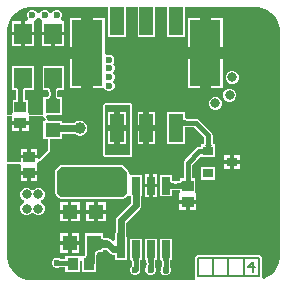
<source format=gbl>
G04*
G04 #@! TF.GenerationSoftware,Altium Limited,Altium Designer,25.8.1 (18)*
G04*
G04 Layer_Physical_Order=4*
G04 Layer_Color=65280*
%FSLAX44Y44*%
%MOMM*%
G71*
G04*
G04 #@! TF.SameCoordinates,A3A1C001-1370-45B5-99AB-5CE8E6626C48*
G04*
G04*
G04 #@! TF.FilePolarity,Positive*
G04*
G01*
G75*
%ADD19R,1.0000X0.9000*%
%ADD20R,0.9000X1.0000*%
%ADD21R,1.2000X1.3000*%
%ADD22C,0.4000*%
%ADD23C,0.1500*%
%ADD24C,0.6000*%
%ADD25C,0.8000*%
%ADD26C,1.0000*%
%ADD27R,0.6500X1.5000*%
%ADD28R,1.5000X1.7500*%
%ADD29R,0.9000X0.8000*%
%ADD30R,1.2000X2.4000*%
%ADD31R,2.6000X5.6000*%
%ADD32R,1.3000X1.2000*%
%ADD33C,0.6000*%
G36*
X220745Y234856D02*
X224578Y233268D01*
X228029Y230963D01*
X230963Y228029D01*
X233268Y224578D01*
X234856Y220745D01*
X235666Y216675D01*
Y214600D01*
Y25400D01*
Y23325D01*
X234856Y19255D01*
X233268Y15422D01*
X230963Y11971D01*
X228029Y9037D01*
X224578Y6732D01*
X221796Y5579D01*
X221185Y5959D01*
X220212Y7088D01*
X220294Y7500D01*
Y23500D01*
X220119Y24378D01*
X219622Y25122D01*
X218878Y25619D01*
X218000Y25794D01*
X166000D01*
X165122Y25619D01*
X164378Y25122D01*
X163881Y24378D01*
X163706Y23500D01*
Y7500D01*
X163881Y6622D01*
X164054Y6363D01*
X163448Y4714D01*
X163168Y4363D01*
X23264Y4442D01*
X21528Y4601D01*
X17770Y5668D01*
X14272Y7407D01*
X11154Y9759D01*
X8521Y12645D01*
X6464Y15965D01*
X5052Y19607D01*
X4334Y23447D01*
Y25400D01*
Y102376D01*
X14363D01*
X16000Y101500D01*
X16000Y100376D01*
Y96500D01*
X23000D01*
X30000D01*
Y101207D01*
X30000Y101500D01*
X29500Y103293D01*
X29500Y103898D01*
X31226Y105348D01*
X31549D01*
X31848Y105224D01*
X32146Y105348D01*
X32469D01*
X32697Y105576D01*
X32996Y105700D01*
X40148Y112852D01*
X40624Y114000D01*
Y124048D01*
X51365D01*
Y128412D01*
X61396D01*
X62009Y127799D01*
X63491Y126943D01*
X65144Y126500D01*
X66856D01*
X68509Y126943D01*
X69991Y127799D01*
X71201Y129009D01*
X72057Y130491D01*
X72500Y132144D01*
Y133856D01*
X72057Y135509D01*
X71201Y136991D01*
X69991Y138201D01*
X68509Y139057D01*
X66856Y139500D01*
X65144D01*
X63491Y139057D01*
X62009Y138201D01*
X61396Y137588D01*
X51365D01*
Y139048D01*
X39668D01*
X38728Y140896D01*
X38604Y141194D01*
Y141517D01*
X38376Y141746D01*
X38252Y142044D01*
X37748Y142548D01*
X38576Y144548D01*
X51365D01*
Y159548D01*
X47691D01*
X47536Y159632D01*
X47383Y159648D01*
X47319Y159753D01*
X47227Y159978D01*
X47134Y160323D01*
X47057Y160783D01*
X47007Y161350D01*
X46989Y162060D01*
X46934Y162183D01*
Y162664D01*
X46989Y162786D01*
X47007Y163496D01*
X47057Y164063D01*
X47134Y164523D01*
X47227Y164868D01*
X47319Y165093D01*
X47383Y165198D01*
X47536Y165214D01*
X47691Y165298D01*
X52615D01*
Y185798D01*
X34615D01*
Y165298D01*
X39041D01*
X39195Y165214D01*
X39348Y165198D01*
X39412Y165093D01*
X39504Y164868D01*
X39597Y164523D01*
X39674Y164063D01*
X39724Y163496D01*
X39743Y162786D01*
X39797Y162664D01*
Y162183D01*
X39743Y162060D01*
X39724Y161350D01*
X39674Y160783D01*
X39597Y160323D01*
X39504Y159978D01*
X39412Y159753D01*
X39348Y159648D01*
X39195Y159632D01*
X39041Y159548D01*
X35366D01*
Y146472D01*
X35000Y144624D01*
X33491Y144624D01*
X24087D01*
X22722Y145158D01*
X22366Y146471D01*
Y157297D01*
X20191D01*
X20036Y157381D01*
X19884Y157397D01*
X19820Y157502D01*
X19727Y157727D01*
X19635Y158072D01*
X19558Y158532D01*
X19508Y159099D01*
X19489Y159810D01*
X19435Y159932D01*
Y162664D01*
X19489Y162786D01*
X19508Y163496D01*
X19558Y164063D01*
X19635Y164523D01*
X19728Y164868D01*
X19820Y165093D01*
X19884Y165198D01*
X20036Y165214D01*
X20191Y165298D01*
X27115D01*
Y185798D01*
X9115D01*
Y165298D01*
X11541D01*
X11696Y165214D01*
X11849Y165198D01*
X11913Y165093D01*
X12005Y164868D01*
X12098Y164523D01*
X12175Y164063D01*
X12225Y163496D01*
X12243Y162786D01*
X12298Y162664D01*
Y159932D01*
X12243Y159809D01*
X12225Y159099D01*
X12175Y158532D01*
X12098Y158072D01*
X12005Y157727D01*
X11913Y157502D01*
X11849Y157397D01*
X11696Y157381D01*
X11541Y157297D01*
X9366D01*
Y146471D01*
X9011Y145158D01*
X7645Y144624D01*
X4334D01*
Y214600D01*
Y216675D01*
X5144Y220745D01*
X6732Y224578D01*
X9037Y228029D01*
X11971Y230963D01*
X15422Y233268D01*
X19255Y234856D01*
X23325Y235666D01*
X25403Y235666D01*
X90030D01*
Y209980D01*
X105030D01*
Y235666D01*
X115030D01*
Y209980D01*
X130030D01*
Y235666D01*
X140030D01*
Y209980D01*
X155030D01*
Y235666D01*
X214600D01*
X216675D01*
X220745Y234856D01*
D02*
G37*
G36*
X46986Y166789D02*
X46645Y166669D01*
X46346Y166469D01*
X46086Y166189D01*
X45866Y165829D01*
X45686Y165389D01*
X45546Y164869D01*
X45445Y164269D01*
X45385Y163589D01*
X45366Y162829D01*
X41365D01*
X41346Y163589D01*
X41286Y164269D01*
X41185Y164869D01*
X41045Y165389D01*
X40866Y165829D01*
X40645Y166189D01*
X40385Y166469D01*
X40086Y166669D01*
X39746Y166789D01*
X39365Y166829D01*
X47365D01*
X46986Y166789D01*
D02*
G37*
G36*
X19486D02*
X19146Y166669D01*
X18846Y166469D01*
X18586Y166189D01*
X18366Y165829D01*
X18186Y165389D01*
X18046Y164869D01*
X17946Y164269D01*
X17886Y163589D01*
X17866Y162829D01*
X13866D01*
X13846Y163589D01*
X13786Y164269D01*
X13686Y164869D01*
X13546Y165389D01*
X13366Y165829D01*
X13146Y166189D01*
X12886Y166469D01*
X12586Y166669D01*
X12246Y166789D01*
X11866Y166829D01*
X19866D01*
X19486Y166789D01*
D02*
G37*
G36*
X45385Y161258D02*
X45445Y160578D01*
X45546Y159978D01*
X45686Y159458D01*
X45866Y159018D01*
X46086Y158658D01*
X46346Y158378D01*
X46645Y158178D01*
X46986Y158058D01*
X47365Y158018D01*
X39365D01*
X39746Y158058D01*
X40086Y158178D01*
X40385Y158378D01*
X40645Y158658D01*
X40866Y159018D01*
X41045Y159458D01*
X41185Y159978D01*
X41286Y160578D01*
X41346Y161258D01*
X41365Y162018D01*
X45366D01*
X45385Y161258D01*
D02*
G37*
G36*
X17886Y159007D02*
X17946Y158327D01*
X18046Y157727D01*
X18186Y157207D01*
X18366Y156767D01*
X18586Y156407D01*
X18846Y156127D01*
X19146Y155927D01*
X19486Y155807D01*
X19866Y155767D01*
X11866D01*
X12246Y155807D01*
X12586Y155927D01*
X12886Y156127D01*
X13146Y156407D01*
X13366Y156767D01*
X13546Y157207D01*
X13686Y157727D01*
X13786Y158327D01*
X13846Y159007D01*
X13866Y159767D01*
X17866D01*
X17886Y159007D01*
D02*
G37*
G36*
X37104Y140896D02*
X36339Y139048D01*
X35366D01*
Y124048D01*
X39000D01*
Y114000D01*
X31848Y106848D01*
X30273Y107500D01*
X23000D01*
X16000D01*
Y104000D01*
X4334D01*
Y143000D01*
X8866D01*
Y138797D01*
X15866D01*
X22866D01*
Y143000D01*
X35000D01*
X37104Y140896D01*
D02*
G37*
%LPC*%
G36*
X47395Y233000D02*
X45605D01*
X43951Y232315D01*
X42685Y231049D01*
X42457Y230499D01*
X40293D01*
X40065Y231049D01*
X38799Y232315D01*
X37145Y233000D01*
X35355D01*
X33701Y232315D01*
X32435Y231049D01*
X32207Y230499D01*
X30043D01*
X29815Y231049D01*
X28549Y232315D01*
X26895Y233000D01*
X25105D01*
X23451Y232315D01*
X22185Y231049D01*
X21500Y229395D01*
Y227605D01*
X22185Y225951D01*
X22338Y225798D01*
X21509Y223798D01*
X19615D01*
Y214548D01*
X27615D01*
Y222152D01*
X27615Y223072D01*
X28549Y224685D01*
X29043Y225179D01*
X29815Y225951D01*
X30043Y226501D01*
X32207D01*
X32435Y225951D01*
X33035Y225351D01*
X33799Y224253D01*
X34116Y222857D01*
X34116Y214548D01*
X43615D01*
X53116D01*
Y223798D01*
X50990D01*
X50162Y225798D01*
X50315Y225951D01*
X51000Y227605D01*
Y229395D01*
X50315Y231049D01*
X49049Y232315D01*
X47395Y233000D01*
D02*
G37*
G36*
X16616Y223798D02*
X8615D01*
Y214548D01*
X16616D01*
Y223798D01*
D02*
G37*
G36*
X53116Y211548D02*
X45115D01*
Y202298D01*
X53116D01*
Y211548D01*
D02*
G37*
G36*
X42116D02*
X34116D01*
Y202298D01*
X42116D01*
Y211548D01*
D02*
G37*
G36*
X27615Y211548D02*
X19615D01*
Y202298D01*
X27615D01*
Y211548D01*
D02*
G37*
G36*
X16616D02*
X8615D01*
Y202298D01*
X16616D01*
Y211548D01*
D02*
G37*
G36*
X187030Y225980D02*
X177530D01*
Y201480D01*
X187030D01*
Y225980D01*
D02*
G37*
G36*
X167530D02*
X158030D01*
Y201480D01*
X167530D01*
Y225980D01*
D02*
G37*
G36*
X67530D02*
X58030D01*
Y201480D01*
X67530D01*
Y225980D01*
D02*
G37*
G36*
X196094Y181500D02*
X193906D01*
X191884Y180663D01*
X190337Y179116D01*
X189500Y177094D01*
Y174906D01*
X190337Y172885D01*
X191884Y171337D01*
X193906Y170500D01*
X196094D01*
X198116Y171337D01*
X199663Y172885D01*
X200500Y174906D01*
Y177094D01*
X199663Y179116D01*
X198116Y180663D01*
X196094Y181500D01*
D02*
G37*
G36*
X187030Y191480D02*
X177530D01*
Y166980D01*
X187030D01*
Y191480D01*
D02*
G37*
G36*
X167530D02*
X158030D01*
Y166980D01*
X167530D01*
Y191480D01*
D02*
G37*
G36*
X67530D02*
X58030D01*
Y166980D01*
X67530D01*
Y191480D01*
D02*
G37*
G36*
X87030Y225980D02*
X77530D01*
Y196480D01*
Y166980D01*
X86966D01*
X87185Y166451D01*
X88451Y165185D01*
X90105Y164500D01*
X91895D01*
X93549Y165185D01*
X94815Y166451D01*
X95500Y168105D01*
Y169895D01*
X94815Y171549D01*
X93864Y172500D01*
X94815Y173451D01*
X95500Y175105D01*
Y176895D01*
X94815Y178549D01*
X94670Y178693D01*
X93688Y180000D01*
X94670Y181306D01*
X94815Y181451D01*
X95500Y183104D01*
Y184895D01*
X94815Y186549D01*
X93904Y187460D01*
X94734Y188290D01*
X95420Y189944D01*
Y191734D01*
X94734Y193388D01*
X93469Y194654D01*
X91815Y195339D01*
X90024D01*
X89030Y194927D01*
X87328Y195778D01*
X87030Y196099D01*
Y225980D01*
D02*
G37*
G36*
X194094Y166500D02*
X191906D01*
X189884Y165663D01*
X188337Y164116D01*
X187500Y162094D01*
Y159906D01*
X188337Y157885D01*
X189884Y156337D01*
X191906Y155500D01*
X194094D01*
X196115Y156337D01*
X197663Y157885D01*
X198500Y159906D01*
Y162094D01*
X197663Y164116D01*
X196115Y165663D01*
X194094Y166500D01*
D02*
G37*
G36*
X182094Y159500D02*
X179906D01*
X177885Y158663D01*
X176337Y157115D01*
X175500Y155094D01*
Y152906D01*
X176337Y150885D01*
X177885Y149337D01*
X179906Y148500D01*
X182094D01*
X184116Y149337D01*
X185663Y150885D01*
X186500Y152906D01*
Y155094D01*
X185663Y157115D01*
X184116Y158663D01*
X182094Y159500D01*
D02*
G37*
G36*
X130030Y146980D02*
X125030D01*
Y135980D01*
X130030D01*
Y146980D01*
D02*
G37*
G36*
X120030D02*
X115030D01*
Y135980D01*
X120030D01*
Y146980D01*
D02*
G37*
G36*
X130030Y130980D02*
X125030D01*
Y119980D01*
X130030D01*
Y130980D01*
D02*
G37*
G36*
X120030D02*
X115030D01*
Y119980D01*
X120030D01*
Y130980D01*
D02*
G37*
G36*
X109000Y154124D02*
X87500D01*
X86352Y153648D01*
X85876Y152500D01*
Y110000D01*
X86352Y108852D01*
X87500Y108376D01*
X109000D01*
X110148Y108852D01*
X110624Y110000D01*
Y152500D01*
X110148Y153648D01*
X109000Y154124D01*
D02*
G37*
G36*
X201500Y110500D02*
X196500D01*
Y106000D01*
X201500D01*
Y110500D01*
D02*
G37*
G36*
X193500D02*
X188500D01*
Y106000D01*
X193500D01*
Y110500D01*
D02*
G37*
G36*
X201500Y103000D02*
X196500D01*
Y98500D01*
X201500D01*
Y103000D01*
D02*
G37*
G36*
X193500D02*
X188500D01*
Y98500D01*
X193500D01*
Y103000D01*
D02*
G37*
G36*
X181000Y100500D02*
X169000D01*
Y89500D01*
X181000D01*
Y100500D01*
D02*
G37*
G36*
X30000Y93500D02*
X24500D01*
Y88500D01*
X30000D01*
Y93500D01*
D02*
G37*
G36*
X21500D02*
X16000D01*
Y88500D01*
X21500D01*
Y93500D01*
D02*
G37*
G36*
X155030Y146980D02*
X140030D01*
Y119980D01*
X155030D01*
Y133155D01*
X155114Y133310D01*
X155130Y133463D01*
X155235Y133527D01*
X155460Y133619D01*
X155805Y133712D01*
X156265Y133788D01*
X156832Y133838D01*
X157542Y133857D01*
X157664Y133911D01*
X163042D01*
X171431Y125522D01*
Y122135D01*
X171377Y122012D01*
X171358Y121302D01*
X171308Y120735D01*
X171232Y120275D01*
X171139Y119930D01*
X171047Y119705D01*
X170983Y119600D01*
X170830Y119584D01*
X170675Y119500D01*
X169000D01*
Y117168D01*
X168777Y117125D01*
X167919Y117048D01*
X167384Y117038D01*
X167128Y116927D01*
X166049Y116712D01*
X164892Y115938D01*
X154977Y106023D01*
X154203Y104866D01*
X153931Y103500D01*
Y90500D01*
X151000D01*
Y88825D01*
X150916Y88670D01*
X150900Y88517D01*
X150795Y88453D01*
X150570Y88361D01*
X150225Y88268D01*
X149765Y88192D01*
X149198Y88142D01*
X148488Y88123D01*
X148365Y88069D01*
X146434D01*
X146312Y88123D01*
X145602Y88142D01*
X145035Y88192D01*
X144575Y88268D01*
X144230Y88361D01*
X144005Y88453D01*
X143900Y88517D01*
X143884Y88670D01*
X143800Y88825D01*
Y93500D01*
X134300D01*
Y75500D01*
X143800D01*
Y80175D01*
X143884Y80330D01*
X143900Y80483D01*
X144005Y80547D01*
X144230Y80639D01*
X144575Y80732D01*
X145035Y80808D01*
X145602Y80858D01*
X146312Y80877D01*
X146434Y80931D01*
X148365D01*
X148488Y80877D01*
X149198Y80858D01*
X149765Y80808D01*
X150225Y80732D01*
X150570Y80639D01*
X150795Y80547D01*
X150900Y80483D01*
X150916Y80330D01*
X151000Y80175D01*
X151000Y78793D01*
X150500Y77000D01*
X150500Y76707D01*
Y72000D01*
X157500D01*
X164500D01*
Y76707D01*
X164500Y77000D01*
X164000Y78793D01*
X164000Y79000D01*
Y90500D01*
X161069D01*
Y102022D01*
X167160Y108113D01*
X169000Y108500D01*
Y108500D01*
X181000D01*
Y119500D01*
X179325D01*
X179170Y119584D01*
X179017Y119600D01*
X178953Y119705D01*
X178861Y119930D01*
X178768Y120275D01*
X178692Y120735D01*
X178642Y121302D01*
X178623Y122012D01*
X178569Y122135D01*
Y127000D01*
X178297Y128366D01*
X177523Y129523D01*
X167043Y140003D01*
X165886Y140777D01*
X164520Y141049D01*
X157664D01*
X157542Y141103D01*
X156832Y141122D01*
X156265Y141172D01*
X155805Y141248D01*
X155460Y141341D01*
X155235Y141433D01*
X155130Y141497D01*
X155114Y141650D01*
X155030Y141805D01*
Y146980D01*
D02*
G37*
G36*
X131600Y94000D02*
X127850D01*
Y86000D01*
X131600D01*
Y94000D01*
D02*
G37*
G36*
X124850D02*
X121100D01*
Y86000D01*
X124850D01*
Y94000D01*
D02*
G37*
G36*
X32094Y82500D02*
X29906D01*
X27885Y81663D01*
X27307Y81085D01*
X26000Y80314D01*
X24693Y81085D01*
X24116Y81663D01*
X22094Y82500D01*
X19906D01*
X17885Y81663D01*
X16337Y80115D01*
X15500Y78094D01*
Y75906D01*
X16337Y73885D01*
X17885Y72337D01*
X18500Y72082D01*
Y69918D01*
X17885Y69663D01*
X16337Y68116D01*
X15500Y66094D01*
Y63906D01*
X16337Y61884D01*
X17885Y60337D01*
X19906Y59500D01*
X22094D01*
X24116Y60337D01*
X24693Y60915D01*
X26000Y61686D01*
X27307Y60915D01*
X27885Y60337D01*
X29906Y59500D01*
X32094D01*
X34116Y60337D01*
X35663Y61884D01*
X36500Y63906D01*
Y66094D01*
X35663Y68116D01*
X34116Y69663D01*
X33500Y69918D01*
Y72082D01*
X34116Y72337D01*
X35663Y73885D01*
X36500Y75906D01*
Y78094D01*
X35663Y80115D01*
X34116Y81663D01*
X32094Y82500D01*
D02*
G37*
G36*
X131600Y83000D02*
X127850D01*
Y75000D01*
X131600D01*
Y83000D01*
D02*
G37*
G36*
X124850D02*
X121100D01*
Y75000D01*
X124850D01*
Y83000D01*
D02*
G37*
G36*
X164500Y69000D02*
X159000D01*
Y64000D01*
X164500D01*
Y69000D01*
D02*
G37*
G36*
X156000D02*
X150500D01*
Y64000D01*
X156000D01*
Y69000D01*
D02*
G37*
G36*
X66000Y70250D02*
X59000D01*
Y63750D01*
X66000D01*
Y70250D01*
D02*
G37*
G36*
X56000D02*
X49000D01*
Y63750D01*
X56000D01*
Y70250D01*
D02*
G37*
G36*
X88500D02*
X81500D01*
Y63750D01*
X88500D01*
Y70250D01*
D02*
G37*
G36*
X78500D02*
X71500D01*
Y63750D01*
X78500D01*
Y70250D01*
D02*
G37*
G36*
X88500Y60750D02*
X81500D01*
Y54250D01*
X88500D01*
Y60750D01*
D02*
G37*
G36*
X78500D02*
X71500D01*
Y54250D01*
X78500D01*
Y60750D01*
D02*
G37*
G36*
X66000Y60750D02*
X59000D01*
Y54250D01*
X66000D01*
Y60750D01*
D02*
G37*
G36*
X56000D02*
X49000D01*
Y54250D01*
X56000D01*
Y60750D01*
D02*
G37*
G36*
X65750Y44500D02*
X59250D01*
Y37500D01*
X65750D01*
Y44500D01*
D02*
G37*
G36*
X56250D02*
X49750D01*
Y37500D01*
X56250D01*
Y44500D01*
D02*
G37*
G36*
X102000Y101624D02*
X50000D01*
X48852Y101148D01*
X45852Y98148D01*
X45376Y97000D01*
Y78000D01*
X45852Y76852D01*
X48852Y73852D01*
X50000Y73376D01*
X103000D01*
X104148Y73852D01*
X106900Y76604D01*
X108070Y76399D01*
X108900Y75991D01*
Y75500D01*
X109062D01*
Y69550D01*
X97706Y58194D01*
X96711Y56706D01*
X96362Y54950D01*
Y44072D01*
X96327Y43989D01*
X96272Y39524D01*
X96271Y39500D01*
X96200Y39500D01*
X96115Y38098D01*
X94259Y37209D01*
X92980Y38489D01*
X91491Y39483D01*
X89950Y39790D01*
X89774Y39867D01*
X88772Y39891D01*
X87937Y39959D01*
X87238Y40065D01*
X86684Y40201D01*
X86281Y40351D01*
X86031Y40491D01*
X85913Y40591D01*
X85877Y40640D01*
X85864Y40674D01*
X85832Y40946D01*
X85750Y41094D01*
Y44000D01*
X70750D01*
Y29755D01*
X70657Y29530D01*
X70669Y29501D01*
X70658Y29471D01*
X70752Y26904D01*
X70644Y26251D01*
X70483Y25645D01*
X70302Y25198D01*
X70127Y24908D01*
X69980Y24748D01*
X69863Y24669D01*
X69732Y24623D01*
X69360Y24583D01*
X69205Y24499D01*
X68653D01*
X68653Y24499D01*
X68001Y24499D01*
X68000Y24499D01*
X66696Y24499D01*
Y24499D01*
X66001Y24499D01*
X64558Y24499D01*
X54001D01*
Y22377D01*
X51427D01*
X51333Y22426D01*
X51279Y22409D01*
X51227Y22432D01*
X50106Y22455D01*
X49892Y22472D01*
X49549Y22815D01*
X47895Y23500D01*
X46105D01*
X44451Y22815D01*
X43185Y21549D01*
X42500Y19895D01*
Y18105D01*
X43185Y16451D01*
X44451Y15185D01*
X46105Y14500D01*
X47895D01*
X49474Y15154D01*
X50885Y15186D01*
X51009Y15240D01*
X54001D01*
Y11499D01*
X66001D01*
Y20992D01*
X67157Y21017D01*
X68001Y20581D01*
Y11499D01*
X80001D01*
Y19056D01*
X80089Y19499D01*
Y22949D01*
X80094Y22960D01*
X80096Y23426D01*
X80124Y23488D01*
X80153Y24578D01*
X80233Y25485D01*
X80359Y26245D01*
X80522Y26850D01*
X80704Y27295D01*
X80881Y27585D01*
X81031Y27746D01*
X81153Y27827D01*
X81291Y27876D01*
X81671Y27916D01*
X81826Y28000D01*
X85750D01*
Y29394D01*
X85832Y29542D01*
X85864Y29814D01*
X85877Y29849D01*
X85913Y29897D01*
X86031Y29997D01*
X86281Y30137D01*
X86684Y30288D01*
X87238Y30424D01*
X87937Y30530D01*
X87959Y30532D01*
X91235Y27256D01*
X92724Y26261D01*
X94274Y25953D01*
X94448Y25877D01*
X96200Y25843D01*
Y21500D01*
X105700D01*
Y37745D01*
X105793Y37970D01*
X105781Y37999D01*
X105792Y38029D01*
X105573Y44029D01*
X105538Y44104D01*
Y53050D01*
X116894Y64406D01*
X117889Y65894D01*
X118238Y67650D01*
Y75500D01*
X118400D01*
Y93500D01*
X109624D01*
X108900Y93500D01*
X107624Y94971D01*
Y96000D01*
X107148Y97148D01*
X103148Y101148D01*
X102000Y101624D01*
D02*
G37*
G36*
X65750Y34500D02*
X59250D01*
Y27500D01*
X65750D01*
Y34500D01*
D02*
G37*
G36*
X56250D02*
X49750D01*
Y27500D01*
X56250D01*
Y34500D01*
D02*
G37*
G36*
X131100Y39500D02*
X121600D01*
Y23500D01*
X121600Y23442D01*
X121539Y23351D01*
X121546Y23126D01*
X121507Y23031D01*
X121600Y21500D01*
X122367D01*
X122399Y21350D01*
X122542Y19709D01*
X122551Y19008D01*
X122606Y18881D01*
Y17407D01*
X122556Y17308D01*
X122572Y17260D01*
X122552Y17214D01*
X122529Y16092D01*
X122513Y15877D01*
X122185Y15549D01*
X121500Y13895D01*
Y12105D01*
X122185Y10451D01*
X123451Y9185D01*
X125105Y8500D01*
X126895D01*
X128549Y9185D01*
X129815Y10451D01*
X130500Y12105D01*
Y13895D01*
X129833Y15505D01*
X129798Y16907D01*
X129744Y17030D01*
Y18875D01*
X129798Y19001D01*
X129812Y19726D01*
X129849Y20327D01*
X129907Y20827D01*
X129980Y21217D01*
X130057Y21488D01*
X130062Y21500D01*
X131100Y21500D01*
X131193Y23031D01*
X131167Y23093D01*
X131175Y23273D01*
X131100Y23397D01*
X131100Y23500D01*
Y39500D01*
D02*
G37*
G36*
X118400D02*
X108900D01*
Y23500D01*
X108900Y23417D01*
X108830Y23307D01*
X108838Y23106D01*
X108807Y23031D01*
X108900Y21500D01*
X109804Y21500D01*
X109864Y21262D01*
X109927Y20877D01*
X110015Y19716D01*
X110027Y19004D01*
X110081Y18878D01*
Y17640D01*
X110027Y17516D01*
X110007Y16641D01*
X109982Y16346D01*
X109185Y15549D01*
X108500Y13895D01*
Y12105D01*
X109185Y10451D01*
X110451Y9185D01*
X112105Y8500D01*
X113895D01*
X115549Y9185D01*
X116815Y10451D01*
X117500Y12105D01*
Y13895D01*
X117219Y14575D01*
Y15500D01*
X117268Y16066D01*
X117219Y16221D01*
Y18857D01*
X117273Y18975D01*
X117320Y20361D01*
X117370Y20857D01*
X117437Y21262D01*
X117496Y21500D01*
X118400D01*
X118493Y23031D01*
X118462Y23106D01*
X118469Y23307D01*
X118400Y23417D01*
Y39500D01*
D02*
G37*
G36*
X143800D02*
X134300D01*
Y23500D01*
X134300Y23417D01*
X134230Y23307D01*
X134238Y23106D01*
X134207Y23031D01*
X134300Y21500D01*
X135204Y21500D01*
X135264Y21262D01*
X135327Y20877D01*
X135415Y19716D01*
X135427Y19004D01*
X135481Y18878D01*
Y17240D01*
X135427Y17116D01*
X135430Y17107D01*
X135427Y17098D01*
X135417Y16204D01*
X135394Y15758D01*
X135185Y15549D01*
X134500Y13895D01*
Y12345D01*
X134431Y12000D01*
X134703Y10634D01*
X135477Y9477D01*
X136634Y8703D01*
X138000Y8431D01*
X139000D01*
X139345Y8500D01*
X139895D01*
X141549Y9185D01*
X142815Y10451D01*
X143500Y12105D01*
Y13895D01*
X142815Y15549D01*
X142737Y15627D01*
X142672Y17064D01*
X142619Y17178D01*
Y18857D01*
X142673Y18975D01*
X142720Y20361D01*
X142770Y20857D01*
X142837Y21262D01*
X142896Y21500D01*
X143800D01*
X143893Y23031D01*
X143862Y23106D01*
X143869Y23307D01*
X143800Y23417D01*
Y39500D01*
D02*
G37*
%LPD*%
G36*
X109000Y110000D02*
X87500D01*
Y152500D01*
X109000D01*
Y110000D01*
D02*
G37*
%LPC*%
G36*
X105030Y146980D02*
X100030D01*
Y135980D01*
X105030D01*
Y146980D01*
D02*
G37*
G36*
X95030D02*
X90030D01*
Y135980D01*
X95030D01*
Y146980D01*
D02*
G37*
G36*
X105030Y130980D02*
X100030D01*
Y119980D01*
X105030D01*
Y130980D01*
D02*
G37*
G36*
X95030D02*
X90030D01*
Y119980D01*
X95030D01*
Y130980D01*
D02*
G37*
%LPD*%
G36*
X153539Y141100D02*
X153659Y140760D01*
X153860Y140460D01*
X154139Y140200D01*
X154500Y139980D01*
X154939Y139800D01*
X155459Y139660D01*
X156060Y139560D01*
X156740Y139500D01*
X157500Y139480D01*
Y135480D01*
X156740Y135460D01*
X156060Y135400D01*
X155459Y135300D01*
X154939Y135160D01*
X154500Y134980D01*
X154139Y134760D01*
X153860Y134500D01*
X153659Y134200D01*
X153539Y133860D01*
X153499Y133480D01*
Y141480D01*
X153539Y141100D01*
D02*
G37*
G36*
X177020Y121209D02*
X177080Y120529D01*
X177180Y119930D01*
X177320Y119410D01*
X177500Y118969D01*
X177720Y118610D01*
X177980Y118329D01*
X178280Y118130D01*
X178620Y118010D01*
X179000Y117970D01*
X171000D01*
X171380Y118010D01*
X171720Y118130D01*
X172020Y118329D01*
X172280Y118610D01*
X172500Y118969D01*
X172680Y119410D01*
X172820Y119930D01*
X172920Y120529D01*
X172980Y121209D01*
X173000Y121969D01*
X177000D01*
X177020Y121209D01*
D02*
G37*
G36*
X170530Y110300D02*
X170499Y110512D01*
X170406Y110701D01*
X170250Y110868D01*
X170032Y111013D01*
X169752Y111136D01*
X169409Y111236D01*
X169004Y111315D01*
X168537Y111370D01*
X168007Y111404D01*
X167415Y111415D01*
Y115415D01*
X168007Y115426D01*
X169004Y115515D01*
X169409Y115594D01*
X169752Y115694D01*
X170032Y115817D01*
X170250Y115962D01*
X170406Y116129D01*
X170499Y116319D01*
X170530Y116531D01*
Y110300D01*
D02*
G37*
G36*
X152530Y80500D02*
X152491Y80880D01*
X152371Y81220D01*
X152170Y81520D01*
X151890Y81780D01*
X151531Y82000D01*
X151090Y82180D01*
X150570Y82320D01*
X149971Y82420D01*
X149291Y82480D01*
X148531Y82500D01*
Y86500D01*
X149291Y86520D01*
X149971Y86580D01*
X150570Y86680D01*
X151090Y86820D01*
X151531Y87000D01*
X151890Y87220D01*
X152170Y87480D01*
X152371Y87780D01*
X152491Y88120D01*
X152530Y88500D01*
Y80500D01*
D02*
G37*
G36*
X142310Y88120D02*
X142430Y87780D01*
X142629Y87480D01*
X142909Y87220D01*
X143270Y87000D01*
X143709Y86820D01*
X144229Y86680D01*
X144830Y86580D01*
X145510Y86520D01*
X146270Y86500D01*
Y82500D01*
X145510Y82480D01*
X144830Y82420D01*
X144229Y82320D01*
X143709Y82180D01*
X143270Y82000D01*
X142909Y81780D01*
X142629Y81520D01*
X142430Y81220D01*
X142310Y80880D01*
X142269Y80500D01*
Y88500D01*
X142310Y88120D01*
D02*
G37*
G36*
X106000Y96000D02*
Y78000D01*
X103000Y75000D01*
X50000D01*
X47000Y78000D01*
Y97000D01*
X50000Y100000D01*
X102000D01*
X106000Y96000D01*
D02*
G37*
G36*
X104170Y37970D02*
X97731D01*
X97772Y38029D01*
X97809Y38210D01*
X97842Y38510D01*
X97895Y39469D01*
X97950Y43969D01*
X103950D01*
X104170Y37970D01*
D02*
G37*
G36*
X84275Y40282D02*
X84440Y39854D01*
X84716Y39477D01*
X85102Y39150D01*
X85598Y38873D01*
X86205Y38647D01*
X86922Y38471D01*
X87750Y38345D01*
X88687Y38269D01*
X89735Y38244D01*
Y32244D01*
X88687Y32219D01*
X87750Y32144D01*
X86922Y32018D01*
X86205Y31842D01*
X85598Y31615D01*
X85102Y31339D01*
X84716Y31012D01*
X84440Y30634D01*
X84275Y30206D01*
X84220Y29729D01*
Y40760D01*
X84275Y40282D01*
D02*
G37*
G36*
X97731Y27249D02*
X97698Y27297D01*
X97600Y27339D01*
X97438Y27377D01*
X97210Y27410D01*
X96560Y27460D01*
X94480Y27500D01*
Y33500D01*
X95097Y33503D01*
X97600Y33661D01*
X97698Y33703D01*
X97731Y33751D01*
Y27249D01*
D02*
G37*
G36*
X80931Y29471D02*
X80421Y29290D01*
X79971Y28990D01*
X79581Y28570D01*
X79251Y28031D01*
X78981Y27371D01*
X78771Y26590D01*
X78621Y25691D01*
X78531Y24671D01*
X78501Y23530D01*
X78473D01*
X78470Y22969D01*
X69531D01*
X70096Y23029D01*
X70600Y23209D01*
X71046Y23509D01*
X71432Y23929D01*
X71758Y24469D01*
X72026Y25129D01*
X72234Y25909D01*
X72381Y26800D01*
X72281Y29530D01*
X81501D01*
X80931Y29471D01*
D02*
G37*
G36*
X49315Y20931D02*
X49390Y20905D01*
X49499Y20882D01*
X49642Y20863D01*
X50026Y20833D01*
X51193Y20809D01*
X50849Y16809D01*
X49004Y16768D01*
X49272Y20959D01*
X49315Y20931D01*
D02*
G37*
G36*
X129305Y22991D02*
X129067Y22871D01*
X128858Y22671D01*
X128677Y22390D01*
X128524Y22030D01*
X128398Y21590D01*
X128301Y21070D01*
X128231Y20470D01*
X128189Y19791D01*
X128175Y19030D01*
X124175D01*
X124164Y19791D01*
X124008Y21590D01*
X123914Y22030D01*
X123799Y22390D01*
X123663Y22671D01*
X123506Y22871D01*
X123329Y22991D01*
X123131Y23031D01*
X129570D01*
X129305Y22991D01*
D02*
G37*
G36*
X128175Y16866D02*
X128221Y15016D01*
X124029Y15261D01*
X124056Y15303D01*
X124081Y15379D01*
X124103Y15488D01*
X124122Y15630D01*
X124152Y16014D01*
X124175Y17181D01*
X128175Y16866D01*
D02*
G37*
G36*
X116638Y22991D02*
X116431Y22871D01*
X116248Y22671D01*
X116089Y22390D01*
X115955Y22030D01*
X115845Y21590D01*
X115760Y21070D01*
X115699Y20470D01*
X115650Y19030D01*
X111650D01*
X111638Y19791D01*
X111540Y21070D01*
X111455Y21590D01*
X111345Y22030D01*
X111211Y22390D01*
X111052Y22671D01*
X110870Y22871D01*
X110662Y22991D01*
X110430Y23031D01*
X116869D01*
X116638Y22991D01*
D02*
G37*
G36*
X115650Y16206D02*
X115514Y14636D01*
X111414Y15546D01*
X111459Y15592D01*
X111499Y15671D01*
X111534Y15782D01*
X111565Y15926D01*
X111591Y16103D01*
X111629Y16555D01*
X111650Y17479D01*
X115650Y16206D01*
D02*
G37*
G36*
X142038Y22991D02*
X141831Y22871D01*
X141648Y22671D01*
X141489Y22390D01*
X141355Y22030D01*
X141245Y21590D01*
X141160Y21070D01*
X141099Y20470D01*
X141050Y19030D01*
X137050D01*
X137038Y19791D01*
X136940Y21070D01*
X136855Y21590D01*
X136745Y22030D01*
X136611Y22390D01*
X136452Y22671D01*
X136270Y22871D01*
X136062Y22991D01*
X135830Y23031D01*
X142269D01*
X142038Y22991D01*
D02*
G37*
G36*
X141050Y16990D02*
X141135Y15107D01*
X136936Y15177D01*
X136958Y15216D01*
X136977Y15288D01*
X136994Y15394D01*
X137009Y15533D01*
X137040Y16155D01*
X137050Y17080D01*
X141050Y16990D01*
D02*
G37*
%LPC*%
G36*
X22866Y135797D02*
X17366D01*
Y130797D01*
X22866D01*
Y135797D01*
D02*
G37*
G36*
X14366D02*
X8866D01*
Y130797D01*
X14366D01*
Y135797D01*
D02*
G37*
G36*
X30000Y115500D02*
X24500D01*
Y110500D01*
X30000D01*
Y115500D01*
D02*
G37*
G36*
X21500D02*
X16000D01*
Y110500D01*
X21500D01*
Y115500D01*
D02*
G37*
%LPD*%
D19*
X157500Y70500D02*
D03*
Y84500D02*
D03*
X23000Y95000D02*
D03*
Y109000D02*
D03*
X15866Y151297D02*
D03*
Y137297D02*
D03*
D20*
X60001Y17999D02*
D03*
X74001D02*
D03*
D21*
X57750Y36000D02*
D03*
X78250D02*
D03*
D22*
X174415Y113415D02*
X175000Y114000D01*
X167415Y113415D02*
X174415D01*
X157500Y103500D02*
X167415Y113415D01*
X157500Y84500D02*
Y103500D01*
X175000Y114000D02*
Y127000D01*
X59191Y18809D02*
X60001Y17999D01*
X47191Y18809D02*
X59191D01*
X47000Y19000D02*
X47191Y18809D01*
X113000Y13000D02*
X113650Y13650D01*
Y30500D01*
X126175Y13175D02*
Y30325D01*
X126000Y13000D02*
X126175Y13175D01*
Y30325D02*
X126350Y30500D01*
X164520Y137480D02*
X175000Y127000D01*
X15866Y173299D02*
X18116Y175548D01*
X15866Y151297D02*
Y173299D01*
X147530Y133480D02*
Y137480D01*
X164520D01*
X138000Y12000D02*
X139000D01*
X138000D02*
X139050Y13050D01*
Y30500D01*
X139050Y84500D02*
X157500D01*
X139050Y84500D02*
X139050Y84500D01*
X43366Y175298D02*
X43615Y175548D01*
X43366Y152048D02*
Y175298D01*
D23*
X212749Y11500D02*
Y19497D01*
X208750Y15499D01*
X214082D01*
X166000Y7500D02*
X218000D01*
X166000Y23500D02*
X218000D01*
X179000Y7500D02*
Y23500D01*
X218000Y7500D02*
Y23500D01*
X192000Y7500D02*
Y23500D01*
X205000Y7500D02*
Y23500D01*
X166000Y7500D02*
Y23500D01*
D24*
X11000Y111000D02*
D03*
Y121000D02*
D03*
X8000Y162000D02*
D03*
X47000Y19000D02*
D03*
X113000Y13000D02*
D03*
X88000Y10000D02*
D03*
X126000Y13000D02*
D03*
X132000Y183000D02*
D03*
X90920Y190839D02*
D03*
X184000Y104000D02*
D03*
X227000Y79000D02*
D03*
X85000Y232000D02*
D03*
X226000Y16000D02*
D03*
X158000Y10000D02*
D03*
X31000Y29000D02*
D03*
X22000Y10000D02*
D03*
X114000Y207000D02*
D03*
X91000Y169000D02*
D03*
Y176000D02*
D03*
Y184000D02*
D03*
X41000Y106000D02*
D03*
X224000Y164000D02*
D03*
X223000Y225000D02*
D03*
X139000Y13000D02*
D03*
X63000Y232000D02*
D03*
X17000Y227000D02*
D03*
X126000Y98000D02*
D03*
X158000Y57000D02*
D03*
X80000Y49000D02*
D03*
X59000D02*
D03*
X56000Y133000D02*
D03*
X132000Y174000D02*
D03*
Y156000D02*
D03*
X46500Y228500D02*
D03*
X36250D02*
D03*
X26000D02*
D03*
D25*
X31000Y65000D02*
D03*
X21000D02*
D03*
Y77000D02*
D03*
X195000Y176000D02*
D03*
X92500Y114500D02*
D03*
X193000Y161000D02*
D03*
X181000Y154000D02*
D03*
X80000Y95000D02*
D03*
X58000D02*
D03*
X31000Y77000D02*
D03*
X127500Y114500D02*
D03*
X117500D02*
D03*
X102500D02*
D03*
D26*
X21000Y123000D02*
D03*
X66000Y133000D02*
D03*
D27*
X100950Y84500D02*
D03*
X113650D02*
D03*
X126350D02*
D03*
X139050D02*
D03*
Y30500D02*
D03*
X126350D02*
D03*
X113650D02*
D03*
X100950D02*
D03*
D28*
X18116Y213048D02*
D03*
Y175548D02*
D03*
X43615Y213048D02*
D03*
Y175548D02*
D03*
D29*
X175000Y114000D02*
D03*
Y95000D02*
D03*
X195000Y104500D02*
D03*
D30*
X97530Y133480D02*
D03*
X122530D02*
D03*
X147530D02*
D03*
X97530Y223480D02*
D03*
X122530D02*
D03*
X147530D02*
D03*
D31*
X72530Y196480D02*
D03*
X172530D02*
D03*
D32*
X43366Y131548D02*
D03*
Y152048D02*
D03*
X80000Y62250D02*
D03*
Y82750D02*
D03*
X57500Y62250D02*
D03*
Y82750D02*
D03*
D33*
X74001Y17999D02*
X75501Y19499D01*
Y33251D01*
X78250Y36000D01*
X94480Y30500D02*
X100950D01*
X89735Y35244D02*
X94480Y30500D01*
X100950D02*
Y54950D01*
X78506Y35244D02*
X89735D01*
X78250Y35500D02*
X78506Y35244D01*
X113650Y67650D02*
Y84500D01*
X100950Y54950D02*
X113650Y67650D01*
X44817Y133000D02*
X66000D01*
X43366Y131548D02*
X44817Y133000D01*
M02*

</source>
